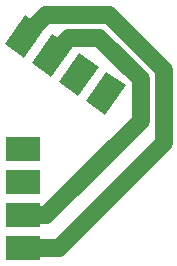
<source format=gbr>
G04 #@! TF.GenerationSoftware,KiCad,Pcbnew,(5.0.0)*
G04 #@! TF.CreationDate,2019-11-03T02:20:17+01:00*
G04 #@! TF.ProjectId,baum2,6261756D322E6B696361645F70636200,rev?*
G04 #@! TF.SameCoordinates,Original*
G04 #@! TF.FileFunction,Copper,L1,Top,Signal*
G04 #@! TF.FilePolarity,Positive*
%FSLAX46Y46*%
G04 Gerber Fmt 4.6, Leading zero omitted, Abs format (unit mm)*
G04 Created by KiCad (PCBNEW (5.0.0)) date 11/03/19 02:20:17*
%MOMM*%
%LPD*%
G01*
G04 APERTURE LIST*
G04 #@! TA.AperFunction,ComponentPad*
%ADD10R,3.000000X2.000000*%
G04 #@! TD*
G04 #@! TA.AperFunction,ComponentPad*
%ADD11C,2.000000*%
G04 #@! TD*
G04 #@! TA.AperFunction,Conductor*
%ADD12C,0.100000*%
G04 #@! TD*
G04 #@! TA.AperFunction,Conductor*
%ADD13C,1.500000*%
G04 #@! TD*
G04 APERTURE END LIST*
D10*
G04 #@! TO.P,J1,1*
G04 #@! TO.N,Net-(J1-Pad1)*
X51435000Y-40250000D03*
G04 #@! TO.P,J1,2*
G04 #@! TO.N,Net-(J1-Pad2)*
X51435000Y-43050000D03*
G04 #@! TO.P,J1,3*
G04 #@! TO.N,Net-(J1-Pad3)*
X51435000Y-45850000D03*
G04 #@! TO.P,J1,4*
G04 #@! TO.N,Net-(J1-Pad4)*
X51435000Y-48650000D03*
G04 #@! TD*
D11*
G04 #@! TO.P,J2,4*
G04 #@! TO.N,Net-(J1-Pad4)*
X51539122Y-30741958D03*
D12*
G04 #@! TD*
G04 #@! TO.N,Net-(J1-Pad4)*
G04 #@! TO.C,J2*
G36*
X49859605Y-31397110D02*
X51580335Y-28939653D01*
X53218639Y-30086806D01*
X51497909Y-32544263D01*
X49859605Y-31397110D01*
X49859605Y-31397110D01*
G37*
D11*
G04 #@! TO.P,J2,3*
G04 #@! TO.N,Net-(J1-Pad3)*
X53832748Y-32347972D03*
D12*
G04 #@! TD*
G04 #@! TO.N,Net-(J1-Pad3)*
G04 #@! TO.C,J2*
G36*
X52153231Y-33003124D02*
X53873961Y-30545667D01*
X55512265Y-31692820D01*
X53791535Y-34150277D01*
X52153231Y-33003124D01*
X52153231Y-33003124D01*
G37*
D11*
G04 #@! TO.P,J2,2*
G04 #@! TO.N,Net-(J1-Pad2)*
X56126374Y-33953986D03*
D12*
G04 #@! TD*
G04 #@! TO.N,Net-(J1-Pad2)*
G04 #@! TO.C,J2*
G36*
X54446857Y-34609138D02*
X56167587Y-32151681D01*
X57805891Y-33298834D01*
X56085161Y-35756291D01*
X54446857Y-34609138D01*
X54446857Y-34609138D01*
G37*
D11*
G04 #@! TO.P,J2,1*
G04 #@! TO.N,Net-(J1-Pad1)*
X58420000Y-35560000D03*
D12*
G04 #@! TD*
G04 #@! TO.N,Net-(J1-Pad1)*
G04 #@! TO.C,J2*
G36*
X56740483Y-36215152D02*
X58461213Y-33757695D01*
X60099517Y-34904848D01*
X58378787Y-37362305D01*
X56740483Y-36215152D01*
X56740483Y-36215152D01*
G37*
D13*
G04 #@! TO.N,Net-(J1-Pad3)*
X54980480Y-31200240D02*
X53832748Y-32347972D01*
X55279049Y-30901671D02*
X54980480Y-31200240D01*
X61349527Y-37885475D02*
X61349527Y-34387075D01*
X53385002Y-45850000D02*
X61349527Y-37885475D01*
X51435000Y-45850000D02*
X53385002Y-45850000D01*
X57864123Y-30901671D02*
X55279049Y-30901671D01*
X61349527Y-34387075D02*
X57864123Y-30901671D01*
G04 #@! TO.N,Net-(J1-Pad4)*
X54435000Y-48650000D02*
X63349537Y-39735463D01*
X53379420Y-28901660D02*
X52686854Y-29594226D01*
X52686854Y-29594226D02*
X51539122Y-30741958D01*
X58692554Y-28901660D02*
X53379420Y-28901660D01*
X63349537Y-33558643D02*
X58692554Y-28901660D01*
X51435000Y-48650000D02*
X54435000Y-48650000D01*
X63349537Y-39735463D02*
X63349537Y-33558643D01*
G04 #@! TD*
M02*

</source>
